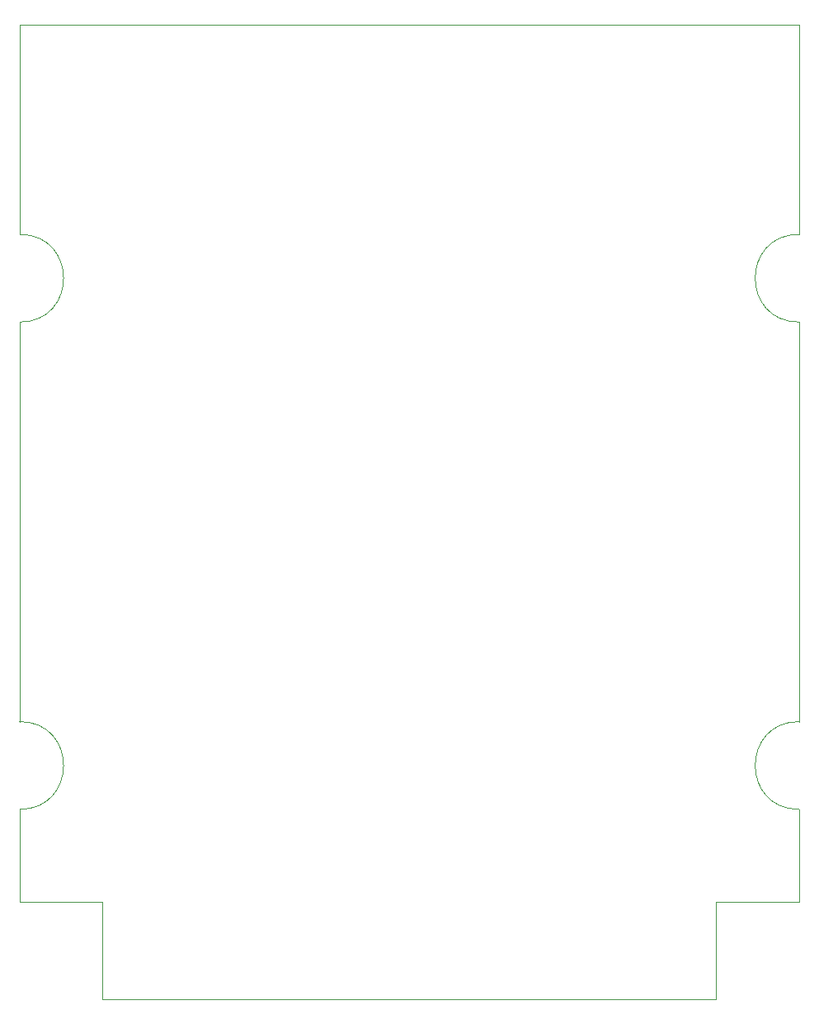
<source format=gbr>
%TF.GenerationSoftware,KiCad,Pcbnew,(6.0.9)*%
%TF.CreationDate,2023-10-29T11:26:51+01:00*%
%TF.ProjectId,p2000t-slot2-datacartridge,70323030-3074-42d7-936c-6f74322d6461,rev?*%
%TF.SameCoordinates,Original*%
%TF.FileFunction,Profile,NP*%
%FSLAX46Y46*%
G04 Gerber Fmt 4.6, Leading zero omitted, Abs format (unit mm)*
G04 Created by KiCad (PCBNEW (6.0.9)) date 2023-10-29 11:26:51*
%MOMM*%
%LPD*%
G01*
G04 APERTURE LIST*
%TA.AperFunction,Profile*%
%ADD10C,0.050000*%
%TD*%
G04 APERTURE END LIST*
D10*
X114989000Y-142908000D02*
X115528000Y-142908000D01*
X43528000Y-117908000D02*
X43528000Y-122408000D01*
X123528000Y-124408000D02*
G75*
G03*
X123528000Y-133408000I0J-4500000D01*
G01*
X43528000Y-52908000D02*
X43528000Y-67908000D01*
X83528000Y-52908000D02*
X123528000Y-52908000D01*
X43528000Y-142908000D02*
X43528000Y-135908000D01*
X123528000Y-74408000D02*
G75*
G03*
X123528000Y-83408000I0J-4500000D01*
G01*
X123528001Y-92208001D02*
X123528001Y-103608000D01*
X43528000Y-117908000D02*
X43528000Y-83408000D01*
X123528001Y-92208001D02*
X123528000Y-86608000D01*
X123528000Y-83508000D02*
X123528000Y-86608000D01*
X43528000Y-135908000D02*
X43528000Y-133408000D01*
X123528000Y-142908000D02*
X123528000Y-135908000D01*
X123528000Y-72208000D02*
X123528000Y-66608000D01*
X123528000Y-118808000D02*
X123528000Y-109220000D01*
X43528000Y-72408000D02*
X43528000Y-67908000D01*
X52016000Y-142908000D02*
X51528000Y-142908000D01*
X114989000Y-152908000D02*
X52016000Y-152908000D01*
X123528000Y-124408000D02*
X123528000Y-118808000D01*
X123528000Y-83508000D02*
X123528000Y-83408000D01*
X43528000Y-74408000D02*
X43528000Y-72408000D01*
X52016000Y-152908000D02*
X52016000Y-142908000D01*
X43528000Y-124408000D02*
X43528000Y-122908000D01*
X115528000Y-142908000D02*
X123528000Y-142908000D01*
X123528000Y-109220000D02*
X123528001Y-103608000D01*
X123528000Y-74408000D02*
X123528000Y-72208000D01*
X123528000Y-135908000D02*
X123528000Y-133408000D01*
X43528000Y-122908000D02*
X43528000Y-122408000D01*
X43528000Y-83408000D02*
G75*
G03*
X43528000Y-74408000I0J4500000D01*
G01*
X83528000Y-52908000D02*
X43528000Y-52908000D01*
X51528000Y-142908000D02*
X43528000Y-142908000D01*
X114989000Y-152908000D02*
X114989000Y-142908000D01*
X123528000Y-64908000D02*
X123528000Y-52908000D01*
X43528000Y-133408000D02*
G75*
G03*
X43528000Y-124408000I0J4500000D01*
G01*
X123528000Y-64908000D02*
X123528000Y-66608000D01*
M02*

</source>
